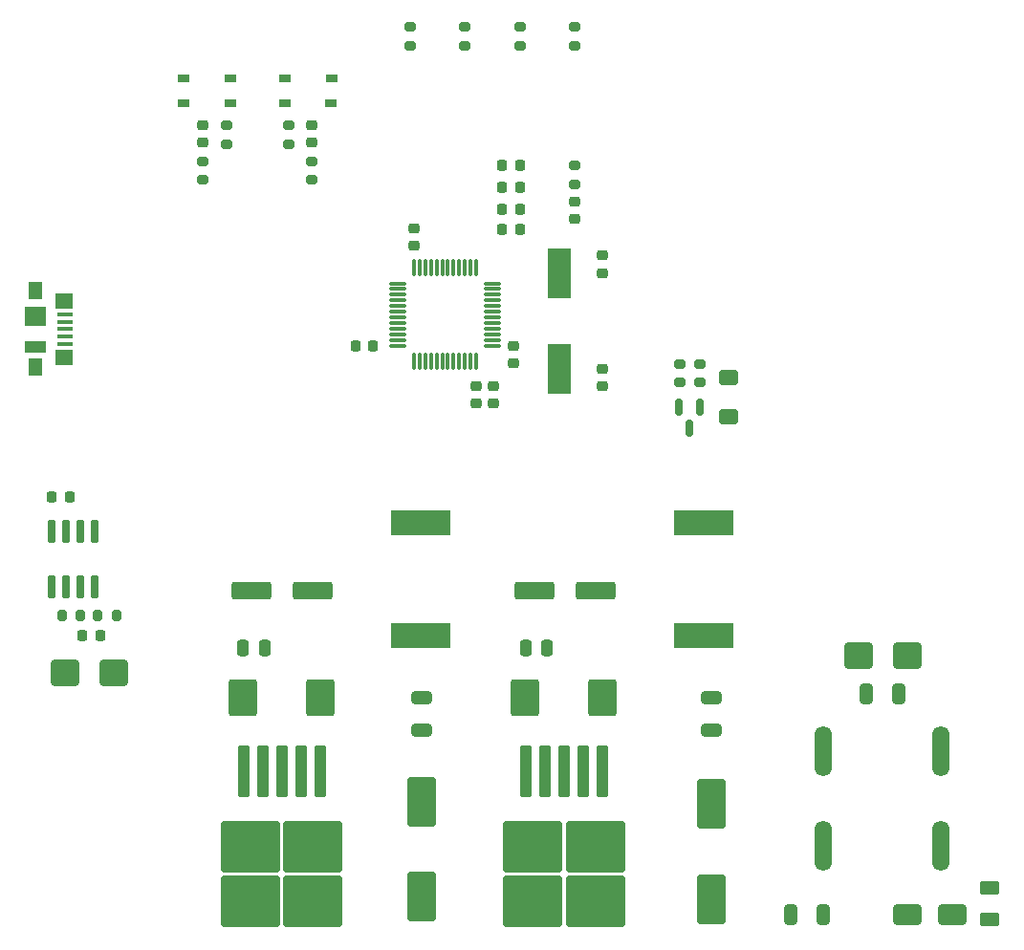
<source format=gbr>
%TF.GenerationSoftware,KiCad,Pcbnew,7.0.1*%
%TF.CreationDate,2023-05-03T11:58:35+03:00*%
%TF.ProjectId,damlama,64616d6c-616d-4612-9e6b-696361645f70,rev?*%
%TF.SameCoordinates,Original*%
%TF.FileFunction,Paste,Top*%
%TF.FilePolarity,Positive*%
%FSLAX46Y46*%
G04 Gerber Fmt 4.6, Leading zero omitted, Abs format (unit mm)*
G04 Created by KiCad (PCBNEW 7.0.1) date 2023-05-03 11:58:35*
%MOMM*%
%LPD*%
G01*
G04 APERTURE LIST*
G04 Aperture macros list*
%AMRoundRect*
0 Rectangle with rounded corners*
0 $1 Rounding radius*
0 $2 $3 $4 $5 $6 $7 $8 $9 X,Y pos of 4 corners*
0 Add a 4 corners polygon primitive as box body*
4,1,4,$2,$3,$4,$5,$6,$7,$8,$9,$2,$3,0*
0 Add four circle primitives for the rounded corners*
1,1,$1+$1,$2,$3*
1,1,$1+$1,$4,$5*
1,1,$1+$1,$6,$7*
1,1,$1+$1,$8,$9*
0 Add four rect primitives between the rounded corners*
20,1,$1+$1,$2,$3,$4,$5,0*
20,1,$1+$1,$4,$5,$6,$7,0*
20,1,$1+$1,$6,$7,$8,$9,0*
20,1,$1+$1,$8,$9,$2,$3,0*%
G04 Aperture macros list end*
%ADD10RoundRect,0.200000X-0.200000X-0.275000X0.200000X-0.275000X0.200000X0.275000X-0.200000X0.275000X0*%
%ADD11RoundRect,0.150000X-0.150000X0.587500X-0.150000X-0.587500X0.150000X-0.587500X0.150000X0.587500X0*%
%ADD12RoundRect,0.250000X-0.300000X2.050000X-0.300000X-2.050000X0.300000X-2.050000X0.300000X2.050000X0*%
%ADD13RoundRect,0.250000X-2.375000X2.025000X-2.375000X-2.025000X2.375000X-2.025000X2.375000X2.025000X0*%
%ADD14R,5.207000X2.311400*%
%ADD15RoundRect,0.225000X-0.250000X0.225000X-0.250000X-0.225000X0.250000X-0.225000X0.250000X0.225000X0*%
%ADD16RoundRect,0.225000X-0.225000X-0.250000X0.225000X-0.250000X0.225000X0.250000X-0.225000X0.250000X0*%
%ADD17RoundRect,0.200000X-0.275000X0.200000X-0.275000X-0.200000X0.275000X-0.200000X0.275000X0.200000X0*%
%ADD18O,1.520000X4.450000*%
%ADD19RoundRect,0.200000X0.275000X-0.200000X0.275000X0.200000X-0.275000X0.200000X-0.275000X-0.200000X0*%
%ADD20R,1.380000X0.450000*%
%ADD21R,1.300000X1.650000*%
%ADD22R,1.550000X1.425000*%
%ADD23R,1.900000X1.800000*%
%ADD24R,1.900000X1.000000*%
%ADD25RoundRect,0.250000X0.250000X0.475000X-0.250000X0.475000X-0.250000X-0.475000X0.250000X-0.475000X0*%
%ADD26RoundRect,0.250000X-0.600000X0.400000X-0.600000X-0.400000X0.600000X-0.400000X0.600000X0.400000X0*%
%ADD27RoundRect,0.250000X-1.000000X-0.900000X1.000000X-0.900000X1.000000X0.900000X-1.000000X0.900000X0*%
%ADD28RoundRect,0.218750X0.218750X0.256250X-0.218750X0.256250X-0.218750X-0.256250X0.218750X-0.256250X0*%
%ADD29RoundRect,0.225000X0.250000X-0.225000X0.250000X0.225000X-0.250000X0.225000X-0.250000X-0.225000X0*%
%ADD30RoundRect,0.075000X0.662500X0.075000X-0.662500X0.075000X-0.662500X-0.075000X0.662500X-0.075000X0*%
%ADD31RoundRect,0.075000X0.075000X0.662500X-0.075000X0.662500X-0.075000X-0.662500X0.075000X-0.662500X0*%
%ADD32RoundRect,0.250000X1.500000X0.550000X-1.500000X0.550000X-1.500000X-0.550000X1.500000X-0.550000X0*%
%ADD33R,2.000000X4.500000*%
%ADD34RoundRect,0.250000X0.325000X0.650000X-0.325000X0.650000X-0.325000X-0.650000X0.325000X-0.650000X0*%
%ADD35R,1.050000X0.650000*%
%ADD36RoundRect,0.225000X0.225000X0.250000X-0.225000X0.250000X-0.225000X-0.250000X0.225000X-0.250000X0*%
%ADD37RoundRect,0.250000X-0.325000X-0.650000X0.325000X-0.650000X0.325000X0.650000X-0.325000X0.650000X0*%
%ADD38RoundRect,0.250000X-1.000000X1.950000X-1.000000X-1.950000X1.000000X-1.950000X1.000000X1.950000X0*%
%ADD39RoundRect,0.250000X0.650000X-0.325000X0.650000X0.325000X-0.650000X0.325000X-0.650000X-0.325000X0*%
%ADD40RoundRect,0.250000X-1.000000X-0.650000X1.000000X-0.650000X1.000000X0.650000X-1.000000X0.650000X0*%
%ADD41RoundRect,0.250000X-1.000000X1.400000X-1.000000X-1.400000X1.000000X-1.400000X1.000000X1.400000X0*%
%ADD42RoundRect,0.250000X-0.625000X0.375000X-0.625000X-0.375000X0.625000X-0.375000X0.625000X0.375000X0*%
%ADD43RoundRect,0.042000X0.258000X-0.943000X0.258000X0.943000X-0.258000X0.943000X-0.258000X-0.943000X0*%
G04 APERTURE END LIST*
D10*
%TO.C,R15*%
X88392000Y-110490000D03*
X90042000Y-110490000D03*
%TD*%
D11*
%TO.C,Q1*%
X141710000Y-92010000D03*
X139810000Y-92010000D03*
X140760000Y-93885000D03*
%TD*%
D12*
%TO.C,U5*%
X133060500Y-124262500D03*
X131360500Y-124262500D03*
X129660500Y-124262500D03*
D13*
X132435500Y-130987500D03*
X126885500Y-130987500D03*
X132435500Y-135837500D03*
X126885500Y-135837500D03*
D12*
X127960500Y-124262500D03*
X126260500Y-124262500D03*
%TD*%
D14*
%TO.C,L3*%
X142000000Y-102288400D03*
X142000000Y-112270600D03*
%TD*%
D15*
%TO.C,C9*%
X97701250Y-67056000D03*
X97701250Y-68606000D03*
%TD*%
D16*
%TO.C,C18*%
X84328000Y-100000000D03*
X85878000Y-100000000D03*
%TD*%
D17*
%TO.C,R3*%
X97701250Y-70226000D03*
X97701250Y-71876000D03*
%TD*%
D18*
%TO.C,T2*%
X152654000Y-130883500D03*
X163064000Y-130883500D03*
X152654000Y-122503500D03*
X163064000Y-122503500D03*
%TD*%
D19*
%TO.C,R10*%
X120866668Y-60000000D03*
X120866668Y-58350000D03*
%TD*%
D15*
%TO.C,C6*%
X121876000Y-90170000D03*
X121876000Y-91720000D03*
%TD*%
D19*
%TO.C,R12*%
X130600000Y-60000000D03*
X130600000Y-58350000D03*
%TD*%
D16*
%TO.C,C11*%
X124206000Y-76272000D03*
X125756000Y-76272000D03*
%TD*%
D17*
%TO.C,R6*%
X139900000Y-88175000D03*
X139900000Y-89825000D03*
%TD*%
D19*
%TO.C,R8*%
X105323750Y-68715941D03*
X105323750Y-67065941D03*
%TD*%
D16*
%TO.C,C17*%
X87025000Y-112300000D03*
X88575000Y-112300000D03*
%TD*%
D20*
%TO.C,J1*%
X85485000Y-83812500D03*
X85485000Y-84462500D03*
X85485000Y-85112500D03*
X85485000Y-85762500D03*
X85485000Y-86412500D03*
D21*
X82825000Y-81737500D03*
D22*
X85400000Y-82625000D03*
D23*
X82825000Y-83962500D03*
D24*
X82825000Y-86662500D03*
D22*
X85400000Y-87600000D03*
D21*
X82825000Y-88487500D03*
%TD*%
D19*
%TO.C,R1*%
X130586000Y-72262000D03*
X130586000Y-70612000D03*
%TD*%
D12*
%TO.C,U2*%
X108067000Y-124262500D03*
X106367000Y-124262500D03*
X104667000Y-124262500D03*
D13*
X107442000Y-130987500D03*
X101892000Y-130987500D03*
X107442000Y-135837500D03*
X101892000Y-135837500D03*
D12*
X102967000Y-124262500D03*
X101267000Y-124262500D03*
%TD*%
D25*
%TO.C,C26*%
X103150000Y-113357500D03*
X101250000Y-113357500D03*
%TD*%
D26*
%TO.C,D4*%
X144272000Y-89395000D03*
X144272000Y-92895000D03*
%TD*%
D15*
%TO.C,C16*%
X133096000Y-78601000D03*
X133096000Y-80151000D03*
%TD*%
D27*
%TO.C,D3*%
X85480000Y-115570000D03*
X89780000Y-115570000D03*
%TD*%
D10*
%TO.C,R14*%
X85218000Y-110490000D03*
X86868000Y-110490000D03*
%TD*%
D28*
%TO.C,FB1*%
X125768500Y-72542000D03*
X124193500Y-72542000D03*
%TD*%
D29*
%TO.C,C15*%
X133096000Y-90201000D03*
X133096000Y-88651000D03*
%TD*%
D30*
%TO.C,U1*%
X123288500Y-86570000D03*
X123288500Y-86070000D03*
X123288500Y-85570000D03*
X123288500Y-85070000D03*
X123288500Y-84570000D03*
X123288500Y-84070000D03*
X123288500Y-83570000D03*
X123288500Y-83070000D03*
X123288500Y-82570000D03*
X123288500Y-82070000D03*
X123288500Y-81570000D03*
X123288500Y-81070000D03*
D31*
X121876000Y-79657500D03*
X121376000Y-79657500D03*
X120876000Y-79657500D03*
X120376000Y-79657500D03*
X119876000Y-79657500D03*
X119376000Y-79657500D03*
X118876000Y-79657500D03*
X118376000Y-79657500D03*
X117876000Y-79657500D03*
X117376000Y-79657500D03*
X116876000Y-79657500D03*
X116376000Y-79657500D03*
D30*
X114963500Y-81070000D03*
X114963500Y-81570000D03*
X114963500Y-82070000D03*
X114963500Y-82570000D03*
X114963500Y-83070000D03*
X114963500Y-83570000D03*
X114963500Y-84070000D03*
X114963500Y-84570000D03*
X114963500Y-85070000D03*
X114963500Y-85570000D03*
X114963500Y-86070000D03*
X114963500Y-86570000D03*
D31*
X116376000Y-87982500D03*
X116876000Y-87982500D03*
X117376000Y-87982500D03*
X117876000Y-87982500D03*
X118376000Y-87982500D03*
X118876000Y-87982500D03*
X119376000Y-87982500D03*
X119876000Y-87982500D03*
X120376000Y-87982500D03*
X120876000Y-87982500D03*
X121376000Y-87982500D03*
X121876000Y-87982500D03*
%TD*%
D15*
%TO.C,C19*%
X107313750Y-67065941D03*
X107313750Y-68615941D03*
%TD*%
D19*
%TO.C,R7*%
X141700000Y-89825000D03*
X141700000Y-88175000D03*
%TD*%
D32*
%TO.C,C27*%
X107367000Y-108277500D03*
X101967000Y-108277500D03*
%TD*%
D19*
%TO.C,R2*%
X99791250Y-68706000D03*
X99791250Y-67056000D03*
%TD*%
D33*
%TO.C,Y2*%
X129286000Y-80146000D03*
X129286000Y-88646000D03*
%TD*%
D34*
%TO.C,C2*%
X152654000Y-136979500D03*
X149704000Y-136979500D03*
%TD*%
D35*
%TO.C,SW1*%
X96000000Y-62925000D03*
X100150000Y-62925000D03*
X96000000Y-65075000D03*
X100125000Y-65075000D03*
%TD*%
D15*
%TO.C,C8*%
X130586000Y-73837000D03*
X130586000Y-75387000D03*
%TD*%
D17*
%TO.C,R9*%
X107313750Y-70235941D03*
X107313750Y-71885941D03*
%TD*%
D16*
%TO.C,C12*%
X124206000Y-74482000D03*
X125756000Y-74482000D03*
%TD*%
D14*
%TO.C,L1*%
X117000000Y-102288400D03*
X117000000Y-112270600D03*
%TD*%
D36*
%TO.C,C4*%
X112776000Y-86570000D03*
X111226000Y-86570000D03*
%TD*%
D27*
%TO.C,D2*%
X155731500Y-114021500D03*
X160031500Y-114021500D03*
%TD*%
D37*
%TO.C,C1*%
X156384000Y-117421500D03*
X159334000Y-117421500D03*
%TD*%
D38*
%TO.C,C24*%
X117094000Y-126956500D03*
X117094000Y-135356500D03*
%TD*%
D39*
%TO.C,C21*%
X142748000Y-120674500D03*
X142748000Y-117724500D03*
%TD*%
D25*
%TO.C,C22*%
X128150000Y-113357500D03*
X126250000Y-113357500D03*
%TD*%
D40*
%TO.C,D1*%
X160080000Y-136979500D03*
X164080000Y-136979500D03*
%TD*%
D19*
%TO.C,R13*%
X116000000Y-60000000D03*
X116000000Y-58350000D03*
%TD*%
D41*
%TO.C,D12*%
X108044500Y-117762500D03*
X101244500Y-117762500D03*
%TD*%
D35*
%TO.C,SW2*%
X104925000Y-62925000D03*
X109075000Y-62925000D03*
X104925000Y-65075000D03*
X109050000Y-65075000D03*
%TD*%
D41*
%TO.C,D10*%
X133038000Y-117762500D03*
X126238000Y-117762500D03*
%TD*%
D19*
%TO.C,R11*%
X125733334Y-60000000D03*
X125733334Y-58350000D03*
%TD*%
D36*
%TO.C,C13*%
X125756000Y-70612000D03*
X124206000Y-70612000D03*
%TD*%
D42*
%TO.C,F1*%
X167382000Y-134597500D03*
X167382000Y-137397500D03*
%TD*%
D15*
%TO.C,C7*%
X125222000Y-86570000D03*
X125222000Y-88120000D03*
%TD*%
D43*
%TO.C,U4*%
X84328000Y-107950000D03*
X85598000Y-107950000D03*
X86868000Y-107950000D03*
X88138000Y-107950000D03*
X88138000Y-103010000D03*
X86868000Y-103010000D03*
X85598000Y-103010000D03*
X84328000Y-103010000D03*
%TD*%
D29*
%TO.C,C5*%
X116376000Y-77737000D03*
X116376000Y-76187000D03*
%TD*%
D15*
%TO.C,C3*%
X123444000Y-90170000D03*
X123444000Y-91720000D03*
%TD*%
D39*
%TO.C,C25*%
X117094000Y-120674500D03*
X117094000Y-117724500D03*
%TD*%
D32*
%TO.C,C23*%
X132435500Y-108277500D03*
X127035500Y-108277500D03*
%TD*%
D38*
%TO.C,C20*%
X142748000Y-127191500D03*
X142748000Y-135591500D03*
%TD*%
M02*

</source>
